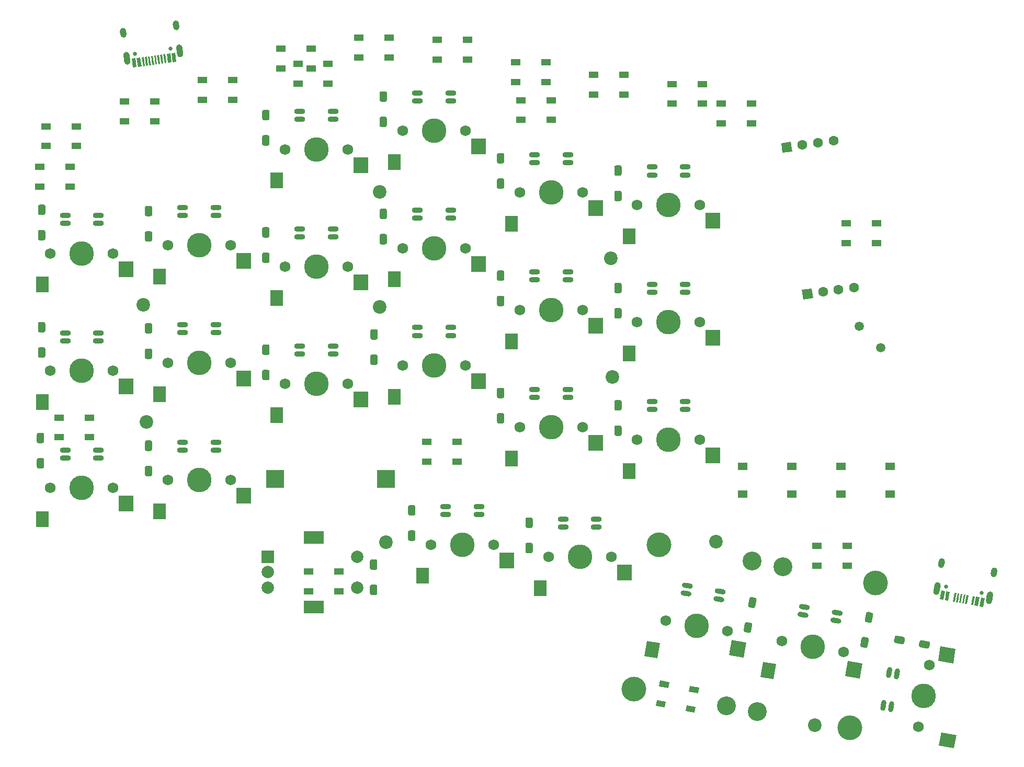
<source format=gbr>
%TF.GenerationSoftware,KiCad,Pcbnew,5.1.10*%
%TF.CreationDate,2021-05-26T10:29:04-05:00*%
%TF.ProjectId,nightwing,6e696768-7477-4696-9e67-2e6b69636164,rev?*%
%TF.SameCoordinates,Original*%
%TF.FileFunction,Soldermask,Bot*%
%TF.FilePolarity,Negative*%
%FSLAX46Y46*%
G04 Gerber Fmt 4.6, Leading zero omitted, Abs format (unit mm)*
G04 Created by KiCad (PCBNEW 5.1.10) date 2021-05-26 10:29:04*
%MOMM*%
%LPD*%
G01*
G04 APERTURE LIST*
%ADD10R,1.500000X1.000000*%
%ADD11R,1.550000X1.300000*%
%ADD12C,2.200000*%
%ADD13C,0.650000*%
%ADD14C,0.150000*%
%ADD15C,1.600000*%
%ADD16C,2.000000*%
%ADD17R,3.200000X2.000000*%
%ADD18R,2.000000X2.000000*%
%ADD19C,4.000000*%
%ADD20C,3.050000*%
%ADD21C,3.987800*%
%ADD22C,1.750000*%
%ADD23R,2.150000X2.500000*%
%ADD24R,2.350000X2.500000*%
%ADD25R,3.000000X3.000000*%
%ADD26C,1.500000*%
%ADD27O,1.800000X0.820000*%
G04 APERTURE END LIST*
D10*
%TO.C,L31*%
X40325000Y-29652641D03*
X35425000Y-32852641D03*
X35425000Y-29652641D03*
X40325000Y-32852641D03*
%TD*%
D11*
%TO.C,BOOT*%
X159373000Y-93250000D03*
X151423000Y-93250000D03*
X159373000Y-88750000D03*
X151423000Y-88750000D03*
%TD*%
D10*
%TO.C,L32*%
X27655000Y-33652641D03*
X22755000Y-36852641D03*
X22755000Y-33652641D03*
X27655000Y-36852641D03*
%TD*%
D11*
%TO.C,RESET*%
X135554000Y-88750000D03*
X143504000Y-88750000D03*
X135554000Y-93250000D03*
X143504000Y-93250000D03*
%TD*%
D10*
%TO.C,L39*%
X136983000Y-33205000D03*
X132083000Y-33205000D03*
X136983000Y-30005000D03*
X132083000Y-30005000D03*
%TD*%
D12*
%TO.C,H10*%
X77767000Y-101031000D03*
%TD*%
%TO.C,H9*%
X147250000Y-130660000D03*
%TD*%
%TO.C,H8*%
X131170000Y-100940000D03*
%TD*%
%TO.C,H6*%
X114460000Y-74240000D03*
%TD*%
%TO.C,H5*%
X114220000Y-55030000D03*
%TD*%
%TO.C,H4*%
X76800000Y-62910000D03*
%TD*%
%TO.C,H3*%
X76780000Y-44250000D03*
%TD*%
%TO.C,H2*%
X38990000Y-81490000D03*
%TD*%
%TO.C,H1*%
X38460000Y-62530000D03*
%TD*%
%TO.C,J2*%
G36*
G01*
X167579022Y-108049468D02*
X167388010Y-109132756D01*
G75*
G02*
X166808782Y-109538336I-492404J86824D01*
G01*
X166808782Y-109538336D01*
G75*
G02*
X166403202Y-108959108I86824J492404D01*
G01*
X166594214Y-107875820D01*
G75*
G02*
X167173442Y-107470240I492404J-86824D01*
G01*
X167173442Y-107470240D01*
G75*
G02*
X167579022Y-108049468I-86824J-492404D01*
G01*
G37*
G36*
G01*
X176087761Y-109549788D02*
X175896749Y-110633076D01*
G75*
G02*
X175317521Y-111038656I-492404J86824D01*
G01*
X175317521Y-111038656D01*
G75*
G02*
X174911941Y-110459428I86824J492404D01*
G01*
X175102953Y-109376140D01*
G75*
G02*
X175682181Y-108970560I492404J-86824D01*
G01*
X175682181Y-108970560D01*
G75*
G02*
X176087761Y-109549788I-86824J-492404D01*
G01*
G37*
D13*
X174183609Y-109234343D03*
G36*
G01*
X176770198Y-105679494D02*
X176666010Y-106270378D01*
G75*
G02*
X176086782Y-106675958I-492404J86824D01*
G01*
X176086782Y-106675958D01*
G75*
G02*
X175681202Y-106096730I86824J492404D01*
G01*
X175785390Y-105505846D01*
G75*
G02*
X176364618Y-105100266I492404J-86824D01*
G01*
X176364618Y-105100266D01*
G75*
G02*
X176770198Y-105679494I-86824J-492404D01*
G01*
G37*
X168491420Y-108230657D03*
G36*
G01*
X168261459Y-104179174D02*
X168157271Y-104770058D01*
G75*
G02*
X167578043Y-105175638I-492404J86824D01*
G01*
X167578043Y-105175638D01*
G75*
G02*
X167172463Y-104596410I86824J492404D01*
G01*
X167276651Y-104005526D01*
G75*
G02*
X167855879Y-103599946I492404J-86824D01*
G01*
X167855879Y-103599946D01*
G75*
G02*
X168261459Y-104179174I-86824J-492404D01*
G01*
G37*
D14*
G36*
X170074371Y-110713249D02*
G01*
X170326161Y-109285278D01*
X170621603Y-109337373D01*
X170369813Y-110765344D01*
X170074371Y-110713249D01*
G37*
G36*
X170566775Y-110800073D02*
G01*
X170818565Y-109372102D01*
X171114007Y-109424197D01*
X170862217Y-110852168D01*
X170566775Y-110800073D01*
G37*
G36*
X172536391Y-111147370D02*
G01*
X172788181Y-109719399D01*
X173083623Y-109771494D01*
X172831833Y-111199465D01*
X172536391Y-111147370D01*
G37*
G36*
X169581967Y-110626425D02*
G01*
X169833757Y-109198454D01*
X170129199Y-109250549D01*
X169877409Y-110678520D01*
X169581967Y-110626425D01*
G37*
G36*
X171551583Y-110973721D02*
G01*
X171803373Y-109545750D01*
X172098815Y-109597845D01*
X171847025Y-111025816D01*
X171551583Y-110973721D01*
G37*
G36*
X171059179Y-110886897D02*
G01*
X171310969Y-109458926D01*
X171606411Y-109511021D01*
X171354621Y-110938992D01*
X171059179Y-110886897D01*
G37*
G36*
X173865881Y-111381795D02*
G01*
X174117671Y-109953824D01*
X174708555Y-110058013D01*
X174456765Y-111485984D01*
X173865881Y-111381795D01*
G37*
G36*
X167464631Y-110253082D02*
G01*
X167716421Y-108825111D01*
X168307305Y-108929300D01*
X168055515Y-110357271D01*
X167464631Y-110253082D01*
G37*
G36*
X173078035Y-111242876D02*
G01*
X173329825Y-109814905D01*
X173920709Y-109919094D01*
X173668919Y-111347065D01*
X173078035Y-111242876D01*
G37*
G36*
X168252477Y-110392000D02*
G01*
X168504267Y-108964029D01*
X169095151Y-109068218D01*
X168843361Y-110496189D01*
X168252477Y-110392000D01*
G37*
%TD*%
%TO.C,J3*%
G36*
X141996125Y-37944586D02*
G01*
X141773448Y-36360157D01*
X143357877Y-36137480D01*
X143580554Y-37721909D01*
X141996125Y-37944586D01*
G37*
D15*
X147707563Y-36334033D03*
X150222844Y-35980534D03*
X145192282Y-36687533D03*
D14*
G36*
X146698032Y-59903913D02*
G01*
X146920709Y-61488342D01*
X145336280Y-61711019D01*
X145113603Y-60126590D01*
X146698032Y-59903913D01*
G37*
D15*
X148532437Y-60453967D03*
X151047718Y-60100467D03*
X153562999Y-59746967D03*
%TD*%
D10*
%TO.C,L42*%
X68426000Y-26721000D03*
X63526000Y-26721000D03*
X68426000Y-23521000D03*
X63526000Y-23521000D03*
%TD*%
%TO.C,L41*%
X104571000Y-32633000D03*
X99671000Y-32633000D03*
X104571000Y-29433000D03*
X99671000Y-29433000D03*
%TD*%
%TO.C,L40*%
X89324000Y-87988000D03*
X84424000Y-87988000D03*
X89324000Y-84788000D03*
X84424000Y-84788000D03*
%TD*%
%TO.C,L35*%
X70144324Y-108961721D03*
X65244324Y-108961721D03*
X70144324Y-105761721D03*
X65244324Y-105761721D03*
%TD*%
%TO.C,L29*%
X65655000Y-21052641D03*
X60755000Y-24252641D03*
X60755000Y-21052641D03*
X65655000Y-24252641D03*
%TD*%
%TO.C,L30*%
X52995000Y-26152641D03*
X48095000Y-29352641D03*
X48095000Y-26152641D03*
X52995000Y-29352641D03*
%TD*%
%TO.C,J1*%
G36*
G01*
X36259243Y-22028533D02*
X36412333Y-23117827D01*
G75*
G02*
X35986786Y-23682548I-495134J-69587D01*
G01*
X35986786Y-23682548D01*
G75*
G02*
X35422065Y-23257001I-69587J495134D01*
G01*
X35268975Y-22167707D01*
G75*
G02*
X35694522Y-21602986I495134J69587D01*
G01*
X35694522Y-21602986D01*
G75*
G02*
X36259243Y-22028533I69587J-495134D01*
G01*
G37*
G36*
G01*
X44815159Y-20826077D02*
X44968249Y-21915371D01*
G75*
G02*
X44542702Y-22480092I-495134J-69587D01*
G01*
X44542702Y-22480092D01*
G75*
G02*
X43977981Y-22054545I-69587J495134D01*
G01*
X43824891Y-20965251D01*
G75*
G02*
X44250438Y-20400530I495134J69587D01*
G01*
X44250438Y-20400530D01*
G75*
G02*
X44815159Y-20826077I69587J-495134D01*
G01*
G37*
D13*
X42906725Y-21114487D03*
G36*
G01*
X44268208Y-16934324D02*
X44351712Y-17528484D01*
G75*
G02*
X43926165Y-18093205I-495134J-69587D01*
G01*
X43926165Y-18093205D01*
G75*
G02*
X43361444Y-17667658I-69587J495134D01*
G01*
X43277940Y-17073498D01*
G75*
G02*
X43703487Y-16508777I495134J69587D01*
G01*
X43703487Y-16508777D01*
G75*
G02*
X44268208Y-16934324I69587J-495134D01*
G01*
G37*
X37182975Y-21918907D03*
G36*
G01*
X35712292Y-18136779D02*
X35795796Y-18730939D01*
G75*
G02*
X35370249Y-19295660I-495134J-69587D01*
G01*
X35370249Y-19295660D01*
G75*
G02*
X34805528Y-18870113I-69587J495134D01*
G01*
X34722024Y-18275953D01*
G75*
G02*
X35147571Y-17711232I495134J69587D01*
G01*
X35147571Y-17711232D01*
G75*
G02*
X35712292Y-18136779I69587J-495134D01*
G01*
G37*
D14*
G36*
X39455614Y-23790834D02*
G01*
X39253813Y-22354946D01*
X39550894Y-22313194D01*
X39752695Y-23749082D01*
X39455614Y-23790834D01*
G37*
G36*
X39950748Y-23721248D02*
G01*
X39748947Y-22285360D01*
X40046028Y-22243608D01*
X40247829Y-23679496D01*
X39950748Y-23721248D01*
G37*
G36*
X41931284Y-23442901D02*
G01*
X41729483Y-22007013D01*
X42026564Y-21965261D01*
X42228365Y-23401149D01*
X41931284Y-23442901D01*
G37*
G36*
X38960480Y-23860421D02*
G01*
X38758679Y-22424533D01*
X39055760Y-22382781D01*
X39257561Y-23818669D01*
X38960480Y-23860421D01*
G37*
G36*
X40941016Y-23582075D02*
G01*
X40739215Y-22146187D01*
X41036296Y-22104435D01*
X41238097Y-23540323D01*
X40941016Y-23582075D01*
G37*
G36*
X38465346Y-23930007D02*
G01*
X38263545Y-22494119D01*
X38560626Y-22452367D01*
X38762427Y-23888255D01*
X38465346Y-23930007D01*
G37*
G36*
X41436150Y-23512488D02*
G01*
X41234349Y-22076600D01*
X41531430Y-22034848D01*
X41733231Y-23470736D01*
X41436150Y-23512488D01*
G37*
G36*
X40445882Y-23651661D02*
G01*
X40244081Y-22215773D01*
X40541162Y-22174021D01*
X40742963Y-23609909D01*
X40445882Y-23651661D01*
G37*
G36*
X43268146Y-23255018D02*
G01*
X43066345Y-21819130D01*
X43660506Y-21735626D01*
X43862307Y-23171514D01*
X43268146Y-23255018D01*
G37*
G36*
X36831404Y-24159643D02*
G01*
X36629603Y-22723755D01*
X37223764Y-22640251D01*
X37425565Y-24076139D01*
X36831404Y-24159643D01*
G37*
G36*
X42475932Y-23366356D02*
G01*
X42274131Y-21930468D01*
X42868292Y-21846964D01*
X43070093Y-23282852D01*
X42475932Y-23366356D01*
G37*
G36*
X37623618Y-24048304D02*
G01*
X37421817Y-22612416D01*
X38015978Y-22528912D01*
X38217779Y-23964800D01*
X37623618Y-24048304D01*
G37*
%TD*%
D16*
%TO.C,SW19*%
X73110000Y-108364000D03*
X73110000Y-103364000D03*
D17*
X66110000Y-111464000D03*
X66110000Y-100264000D03*
D16*
X58610000Y-108364000D03*
X58610000Y-105864000D03*
D18*
X58610000Y-103364000D03*
%TD*%
D10*
%TO.C,L38*%
X157200000Y-52554000D03*
X152300000Y-52554000D03*
X157200000Y-49354000D03*
X152300000Y-49354000D03*
%TD*%
%TO.C,L37*%
X147556000Y-101628000D03*
X152456000Y-101628000D03*
X147556000Y-104828000D03*
X152456000Y-104828000D03*
%TD*%
D14*
%TO.C,L36*%
G36*
X126284475Y-128381070D02*
G01*
X126458123Y-127396262D01*
X127935335Y-127656734D01*
X127761687Y-128641542D01*
X126284475Y-128381070D01*
G37*
G36*
X121458917Y-127530194D02*
G01*
X121632565Y-126545386D01*
X123109777Y-126805858D01*
X122936129Y-127790666D01*
X121458917Y-127530194D01*
G37*
G36*
X126840149Y-125229686D02*
G01*
X127013797Y-124244878D01*
X128491009Y-124505350D01*
X128317361Y-125490158D01*
X126840149Y-125229686D01*
G37*
G36*
X122014591Y-124378810D02*
G01*
X122188239Y-123394002D01*
X123665451Y-123654474D01*
X123491803Y-124639282D01*
X122014591Y-124378810D01*
G37*
%TD*%
D10*
%TO.C,L34*%
X29738505Y-84024487D03*
X24838505Y-84024487D03*
X29738505Y-80824487D03*
X24838505Y-80824487D03*
%TD*%
%TO.C,L33*%
X26644788Y-43431170D03*
X21744788Y-43431170D03*
X26644788Y-40231170D03*
X21744788Y-40231170D03*
%TD*%
%TO.C,L28*%
X78325000Y-19324000D03*
X73425000Y-22524000D03*
X73425000Y-19324000D03*
X78325000Y-22524000D03*
%TD*%
%TO.C,L27*%
X90995000Y-19664000D03*
X86095000Y-22864000D03*
X86095000Y-19664000D03*
X90995000Y-22864000D03*
%TD*%
%TO.C,L26*%
X103655000Y-23294000D03*
X98755000Y-26494000D03*
X98755000Y-23294000D03*
X103655000Y-26494000D03*
%TD*%
%TO.C,L25*%
X116325000Y-25294000D03*
X111425000Y-28494000D03*
X111425000Y-25294000D03*
X116325000Y-28494000D03*
%TD*%
%TO.C,L24*%
X128995000Y-26794000D03*
X124095000Y-29994000D03*
X124095000Y-26794000D03*
X128995000Y-29994000D03*
%TD*%
D19*
%TO.C,REF\u002A\u002A*%
X117888771Y-124832351D03*
X122021597Y-101393927D03*
D20*
X137030068Y-104040325D03*
X132897241Y-127478750D03*
%TD*%
%TO.C,REF\u002A\u002A*%
X142042759Y-104959250D03*
X137909932Y-128397675D03*
D19*
X152918403Y-131044073D03*
X157051229Y-107605649D03*
%TD*%
%TO.C,D1*%
G36*
G01*
X21745000Y-50435500D02*
X22345000Y-50435500D01*
G75*
G02*
X22645000Y-50735500I0J-300000D01*
G01*
X22645000Y-51836500D01*
G75*
G02*
X22345000Y-52136500I-300000J0D01*
G01*
X21745000Y-52136500D01*
G75*
G02*
X21445000Y-51836500I0J300000D01*
G01*
X21445000Y-50735500D01*
G75*
G02*
X21745000Y-50435500I300000J0D01*
G01*
G37*
G36*
G01*
X21745000Y-46333500D02*
X22345000Y-46333500D01*
G75*
G02*
X22645000Y-46633500I0J-300000D01*
G01*
X22645000Y-47734500D01*
G75*
G02*
X22345000Y-48034500I-300000J0D01*
G01*
X21745000Y-48034500D01*
G75*
G02*
X21445000Y-47734500I0J300000D01*
G01*
X21445000Y-46633500D01*
G75*
G02*
X21745000Y-46333500I300000J0D01*
G01*
G37*
%TD*%
%TO.C,D2*%
G36*
G01*
X39045000Y-50635500D02*
X39645000Y-50635500D01*
G75*
G02*
X39945000Y-50935500I0J-300000D01*
G01*
X39945000Y-52036500D01*
G75*
G02*
X39645000Y-52336500I-300000J0D01*
G01*
X39045000Y-52336500D01*
G75*
G02*
X38745000Y-52036500I0J300000D01*
G01*
X38745000Y-50935500D01*
G75*
G02*
X39045000Y-50635500I300000J0D01*
G01*
G37*
G36*
G01*
X39045000Y-46533500D02*
X39645000Y-46533500D01*
G75*
G02*
X39945000Y-46833500I0J-300000D01*
G01*
X39945000Y-47934500D01*
G75*
G02*
X39645000Y-48234500I-300000J0D01*
G01*
X39045000Y-48234500D01*
G75*
G02*
X38745000Y-47934500I0J300000D01*
G01*
X38745000Y-46833500D01*
G75*
G02*
X39045000Y-46533500I300000J0D01*
G01*
G37*
%TD*%
%TO.C,D3*%
G36*
G01*
X58045000Y-35085500D02*
X58645000Y-35085500D01*
G75*
G02*
X58945000Y-35385500I0J-300000D01*
G01*
X58945000Y-36486500D01*
G75*
G02*
X58645000Y-36786500I-300000J0D01*
G01*
X58045000Y-36786500D01*
G75*
G02*
X57745000Y-36486500I0J300000D01*
G01*
X57745000Y-35385500D01*
G75*
G02*
X58045000Y-35085500I300000J0D01*
G01*
G37*
G36*
G01*
X58045000Y-30983500D02*
X58645000Y-30983500D01*
G75*
G02*
X58945000Y-31283500I0J-300000D01*
G01*
X58945000Y-32384500D01*
G75*
G02*
X58645000Y-32684500I-300000J0D01*
G01*
X58045000Y-32684500D01*
G75*
G02*
X57745000Y-32384500I0J300000D01*
G01*
X57745000Y-31283500D01*
G75*
G02*
X58045000Y-30983500I300000J0D01*
G01*
G37*
%TD*%
%TO.C,D4*%
G36*
G01*
X77045000Y-32085500D02*
X77645000Y-32085500D01*
G75*
G02*
X77945000Y-32385500I0J-300000D01*
G01*
X77945000Y-33486500D01*
G75*
G02*
X77645000Y-33786500I-300000J0D01*
G01*
X77045000Y-33786500D01*
G75*
G02*
X76745000Y-33486500I0J300000D01*
G01*
X76745000Y-32385500D01*
G75*
G02*
X77045000Y-32085500I300000J0D01*
G01*
G37*
G36*
G01*
X77045000Y-27983500D02*
X77645000Y-27983500D01*
G75*
G02*
X77945000Y-28283500I0J-300000D01*
G01*
X77945000Y-29384500D01*
G75*
G02*
X77645000Y-29684500I-300000J0D01*
G01*
X77045000Y-29684500D01*
G75*
G02*
X76745000Y-29384500I0J300000D01*
G01*
X76745000Y-28283500D01*
G75*
G02*
X77045000Y-27983500I300000J0D01*
G01*
G37*
%TD*%
%TO.C,D5*%
G36*
G01*
X96045000Y-42085500D02*
X96645000Y-42085500D01*
G75*
G02*
X96945000Y-42385500I0J-300000D01*
G01*
X96945000Y-43486500D01*
G75*
G02*
X96645000Y-43786500I-300000J0D01*
G01*
X96045000Y-43786500D01*
G75*
G02*
X95745000Y-43486500I0J300000D01*
G01*
X95745000Y-42385500D01*
G75*
G02*
X96045000Y-42085500I300000J0D01*
G01*
G37*
G36*
G01*
X96045000Y-37983500D02*
X96645000Y-37983500D01*
G75*
G02*
X96945000Y-38283500I0J-300000D01*
G01*
X96945000Y-39384500D01*
G75*
G02*
X96645000Y-39684500I-300000J0D01*
G01*
X96045000Y-39684500D01*
G75*
G02*
X95745000Y-39384500I0J300000D01*
G01*
X95745000Y-38283500D01*
G75*
G02*
X96045000Y-37983500I300000J0D01*
G01*
G37*
%TD*%
%TO.C,D6*%
G36*
G01*
X115045000Y-44085500D02*
X115645000Y-44085500D01*
G75*
G02*
X115945000Y-44385500I0J-300000D01*
G01*
X115945000Y-45486500D01*
G75*
G02*
X115645000Y-45786500I-300000J0D01*
G01*
X115045000Y-45786500D01*
G75*
G02*
X114745000Y-45486500I0J300000D01*
G01*
X114745000Y-44385500D01*
G75*
G02*
X115045000Y-44085500I300000J0D01*
G01*
G37*
G36*
G01*
X115045000Y-39983500D02*
X115645000Y-39983500D01*
G75*
G02*
X115945000Y-40283500I0J-300000D01*
G01*
X115945000Y-41384500D01*
G75*
G02*
X115645000Y-41684500I-300000J0D01*
G01*
X115045000Y-41684500D01*
G75*
G02*
X114745000Y-41384500I0J300000D01*
G01*
X114745000Y-40283500D01*
G75*
G02*
X115045000Y-39983500I300000J0D01*
G01*
G37*
%TD*%
%TO.C,D7*%
G36*
G01*
X21745000Y-69435500D02*
X22345000Y-69435500D01*
G75*
G02*
X22645000Y-69735500I0J-300000D01*
G01*
X22645000Y-70836500D01*
G75*
G02*
X22345000Y-71136500I-300000J0D01*
G01*
X21745000Y-71136500D01*
G75*
G02*
X21445000Y-70836500I0J300000D01*
G01*
X21445000Y-69735500D01*
G75*
G02*
X21745000Y-69435500I300000J0D01*
G01*
G37*
G36*
G01*
X21745000Y-65333500D02*
X22345000Y-65333500D01*
G75*
G02*
X22645000Y-65633500I0J-300000D01*
G01*
X22645000Y-66734500D01*
G75*
G02*
X22345000Y-67034500I-300000J0D01*
G01*
X21745000Y-67034500D01*
G75*
G02*
X21445000Y-66734500I0J300000D01*
G01*
X21445000Y-65633500D01*
G75*
G02*
X21745000Y-65333500I300000J0D01*
G01*
G37*
%TD*%
%TO.C,D8*%
G36*
G01*
X39045000Y-69635500D02*
X39645000Y-69635500D01*
G75*
G02*
X39945000Y-69935500I0J-300000D01*
G01*
X39945000Y-71036500D01*
G75*
G02*
X39645000Y-71336500I-300000J0D01*
G01*
X39045000Y-71336500D01*
G75*
G02*
X38745000Y-71036500I0J300000D01*
G01*
X38745000Y-69935500D01*
G75*
G02*
X39045000Y-69635500I300000J0D01*
G01*
G37*
G36*
G01*
X39045000Y-65533500D02*
X39645000Y-65533500D01*
G75*
G02*
X39945000Y-65833500I0J-300000D01*
G01*
X39945000Y-66934500D01*
G75*
G02*
X39645000Y-67234500I-300000J0D01*
G01*
X39045000Y-67234500D01*
G75*
G02*
X38745000Y-66934500I0J300000D01*
G01*
X38745000Y-65833500D01*
G75*
G02*
X39045000Y-65533500I300000J0D01*
G01*
G37*
%TD*%
%TO.C,D9*%
G36*
G01*
X58045000Y-54085500D02*
X58645000Y-54085500D01*
G75*
G02*
X58945000Y-54385500I0J-300000D01*
G01*
X58945000Y-55486500D01*
G75*
G02*
X58645000Y-55786500I-300000J0D01*
G01*
X58045000Y-55786500D01*
G75*
G02*
X57745000Y-55486500I0J300000D01*
G01*
X57745000Y-54385500D01*
G75*
G02*
X58045000Y-54085500I300000J0D01*
G01*
G37*
G36*
G01*
X58045000Y-49983500D02*
X58645000Y-49983500D01*
G75*
G02*
X58945000Y-50283500I0J-300000D01*
G01*
X58945000Y-51384500D01*
G75*
G02*
X58645000Y-51684500I-300000J0D01*
G01*
X58045000Y-51684500D01*
G75*
G02*
X57745000Y-51384500I0J300000D01*
G01*
X57745000Y-50283500D01*
G75*
G02*
X58045000Y-49983500I300000J0D01*
G01*
G37*
%TD*%
%TO.C,D10*%
G36*
G01*
X77045000Y-51085500D02*
X77645000Y-51085500D01*
G75*
G02*
X77945000Y-51385500I0J-300000D01*
G01*
X77945000Y-52486500D01*
G75*
G02*
X77645000Y-52786500I-300000J0D01*
G01*
X77045000Y-52786500D01*
G75*
G02*
X76745000Y-52486500I0J300000D01*
G01*
X76745000Y-51385500D01*
G75*
G02*
X77045000Y-51085500I300000J0D01*
G01*
G37*
G36*
G01*
X77045000Y-46983500D02*
X77645000Y-46983500D01*
G75*
G02*
X77945000Y-47283500I0J-300000D01*
G01*
X77945000Y-48384500D01*
G75*
G02*
X77645000Y-48684500I-300000J0D01*
G01*
X77045000Y-48684500D01*
G75*
G02*
X76745000Y-48384500I0J300000D01*
G01*
X76745000Y-47283500D01*
G75*
G02*
X77045000Y-46983500I300000J0D01*
G01*
G37*
%TD*%
%TO.C,D11*%
G36*
G01*
X96045000Y-61085500D02*
X96645000Y-61085500D01*
G75*
G02*
X96945000Y-61385500I0J-300000D01*
G01*
X96945000Y-62486500D01*
G75*
G02*
X96645000Y-62786500I-300000J0D01*
G01*
X96045000Y-62786500D01*
G75*
G02*
X95745000Y-62486500I0J300000D01*
G01*
X95745000Y-61385500D01*
G75*
G02*
X96045000Y-61085500I300000J0D01*
G01*
G37*
G36*
G01*
X96045000Y-56983500D02*
X96645000Y-56983500D01*
G75*
G02*
X96945000Y-57283500I0J-300000D01*
G01*
X96945000Y-58384500D01*
G75*
G02*
X96645000Y-58684500I-300000J0D01*
G01*
X96045000Y-58684500D01*
G75*
G02*
X95745000Y-58384500I0J300000D01*
G01*
X95745000Y-57283500D01*
G75*
G02*
X96045000Y-56983500I300000J0D01*
G01*
G37*
%TD*%
%TO.C,D12*%
G36*
G01*
X115045000Y-63085500D02*
X115645000Y-63085500D01*
G75*
G02*
X115945000Y-63385500I0J-300000D01*
G01*
X115945000Y-64486500D01*
G75*
G02*
X115645000Y-64786500I-300000J0D01*
G01*
X115045000Y-64786500D01*
G75*
G02*
X114745000Y-64486500I0J300000D01*
G01*
X114745000Y-63385500D01*
G75*
G02*
X115045000Y-63085500I300000J0D01*
G01*
G37*
G36*
G01*
X115045000Y-58983500D02*
X115645000Y-58983500D01*
G75*
G02*
X115945000Y-59283500I0J-300000D01*
G01*
X115945000Y-60384500D01*
G75*
G02*
X115645000Y-60684500I-300000J0D01*
G01*
X115045000Y-60684500D01*
G75*
G02*
X114745000Y-60384500I0J300000D01*
G01*
X114745000Y-59283500D01*
G75*
G02*
X115045000Y-58983500I300000J0D01*
G01*
G37*
%TD*%
%TO.C,D13*%
G36*
G01*
X21551063Y-87374947D02*
X22151063Y-87374947D01*
G75*
G02*
X22451063Y-87674947I0J-300000D01*
G01*
X22451063Y-88775947D01*
G75*
G02*
X22151063Y-89075947I-300000J0D01*
G01*
X21551063Y-89075947D01*
G75*
G02*
X21251063Y-88775947I0J300000D01*
G01*
X21251063Y-87674947D01*
G75*
G02*
X21551063Y-87374947I300000J0D01*
G01*
G37*
G36*
G01*
X21551063Y-83272947D02*
X22151063Y-83272947D01*
G75*
G02*
X22451063Y-83572947I0J-300000D01*
G01*
X22451063Y-84673947D01*
G75*
G02*
X22151063Y-84973947I-300000J0D01*
G01*
X21551063Y-84973947D01*
G75*
G02*
X21251063Y-84673947I0J300000D01*
G01*
X21251063Y-83572947D01*
G75*
G02*
X21551063Y-83272947I300000J0D01*
G01*
G37*
%TD*%
%TO.C,D14*%
G36*
G01*
X39045000Y-88635500D02*
X39645000Y-88635500D01*
G75*
G02*
X39945000Y-88935500I0J-300000D01*
G01*
X39945000Y-90036500D01*
G75*
G02*
X39645000Y-90336500I-300000J0D01*
G01*
X39045000Y-90336500D01*
G75*
G02*
X38745000Y-90036500I0J300000D01*
G01*
X38745000Y-88935500D01*
G75*
G02*
X39045000Y-88635500I300000J0D01*
G01*
G37*
G36*
G01*
X39045000Y-84533500D02*
X39645000Y-84533500D01*
G75*
G02*
X39945000Y-84833500I0J-300000D01*
G01*
X39945000Y-85934500D01*
G75*
G02*
X39645000Y-86234500I-300000J0D01*
G01*
X39045000Y-86234500D01*
G75*
G02*
X38745000Y-85934500I0J300000D01*
G01*
X38745000Y-84833500D01*
G75*
G02*
X39045000Y-84533500I300000J0D01*
G01*
G37*
%TD*%
%TO.C,D15*%
G36*
G01*
X58045000Y-73085500D02*
X58645000Y-73085500D01*
G75*
G02*
X58945000Y-73385500I0J-300000D01*
G01*
X58945000Y-74486500D01*
G75*
G02*
X58645000Y-74786500I-300000J0D01*
G01*
X58045000Y-74786500D01*
G75*
G02*
X57745000Y-74486500I0J300000D01*
G01*
X57745000Y-73385500D01*
G75*
G02*
X58045000Y-73085500I300000J0D01*
G01*
G37*
G36*
G01*
X58045000Y-68983500D02*
X58645000Y-68983500D01*
G75*
G02*
X58945000Y-69283500I0J-300000D01*
G01*
X58945000Y-70384500D01*
G75*
G02*
X58645000Y-70684500I-300000J0D01*
G01*
X58045000Y-70684500D01*
G75*
G02*
X57745000Y-70384500I0J300000D01*
G01*
X57745000Y-69283500D01*
G75*
G02*
X58045000Y-68983500I300000J0D01*
G01*
G37*
%TD*%
%TO.C,D16*%
G36*
G01*
X75550487Y-70605354D02*
X76150487Y-70605354D01*
G75*
G02*
X76450487Y-70905354I0J-300000D01*
G01*
X76450487Y-72006354D01*
G75*
G02*
X76150487Y-72306354I-300000J0D01*
G01*
X75550487Y-72306354D01*
G75*
G02*
X75250487Y-72006354I0J300000D01*
G01*
X75250487Y-70905354D01*
G75*
G02*
X75550487Y-70605354I300000J0D01*
G01*
G37*
G36*
G01*
X75550487Y-66503354D02*
X76150487Y-66503354D01*
G75*
G02*
X76450487Y-66803354I0J-300000D01*
G01*
X76450487Y-67904354D01*
G75*
G02*
X76150487Y-68204354I-300000J0D01*
G01*
X75550487Y-68204354D01*
G75*
G02*
X75250487Y-67904354I0J300000D01*
G01*
X75250487Y-66803354D01*
G75*
G02*
X75550487Y-66503354I300000J0D01*
G01*
G37*
%TD*%
%TO.C,D17*%
G36*
G01*
X96045000Y-80085500D02*
X96645000Y-80085500D01*
G75*
G02*
X96945000Y-80385500I0J-300000D01*
G01*
X96945000Y-81486500D01*
G75*
G02*
X96645000Y-81786500I-300000J0D01*
G01*
X96045000Y-81786500D01*
G75*
G02*
X95745000Y-81486500I0J300000D01*
G01*
X95745000Y-80385500D01*
G75*
G02*
X96045000Y-80085500I300000J0D01*
G01*
G37*
G36*
G01*
X96045000Y-75983500D02*
X96645000Y-75983500D01*
G75*
G02*
X96945000Y-76283500I0J-300000D01*
G01*
X96945000Y-77384500D01*
G75*
G02*
X96645000Y-77684500I-300000J0D01*
G01*
X96045000Y-77684500D01*
G75*
G02*
X95745000Y-77384500I0J300000D01*
G01*
X95745000Y-76283500D01*
G75*
G02*
X96045000Y-75983500I300000J0D01*
G01*
G37*
%TD*%
%TO.C,D18*%
G36*
G01*
X115045000Y-82085500D02*
X115645000Y-82085500D01*
G75*
G02*
X115945000Y-82385500I0J-300000D01*
G01*
X115945000Y-83486500D01*
G75*
G02*
X115645000Y-83786500I-300000J0D01*
G01*
X115045000Y-83786500D01*
G75*
G02*
X114745000Y-83486500I0J300000D01*
G01*
X114745000Y-82385500D01*
G75*
G02*
X115045000Y-82085500I300000J0D01*
G01*
G37*
G36*
G01*
X115045000Y-77983500D02*
X115645000Y-77983500D01*
G75*
G02*
X115945000Y-78283500I0J-300000D01*
G01*
X115945000Y-79384500D01*
G75*
G02*
X115645000Y-79684500I-300000J0D01*
G01*
X115045000Y-79684500D01*
G75*
G02*
X114745000Y-79384500I0J300000D01*
G01*
X114745000Y-78283500D01*
G75*
G02*
X115045000Y-77983500I300000J0D01*
G01*
G37*
%TD*%
%TO.C,D19*%
G36*
G01*
X75489000Y-107881500D02*
X76089000Y-107881500D01*
G75*
G02*
X76389000Y-108181500I0J-300000D01*
G01*
X76389000Y-109282500D01*
G75*
G02*
X76089000Y-109582500I-300000J0D01*
G01*
X75489000Y-109582500D01*
G75*
G02*
X75189000Y-109282500I0J300000D01*
G01*
X75189000Y-108181500D01*
G75*
G02*
X75489000Y-107881500I300000J0D01*
G01*
G37*
G36*
G01*
X75489000Y-103779500D02*
X76089000Y-103779500D01*
G75*
G02*
X76389000Y-104079500I0J-300000D01*
G01*
X76389000Y-105180500D01*
G75*
G02*
X76089000Y-105480500I-300000J0D01*
G01*
X75489000Y-105480500D01*
G75*
G02*
X75189000Y-105180500I0J300000D01*
G01*
X75189000Y-104079500D01*
G75*
G02*
X75489000Y-103779500I300000J0D01*
G01*
G37*
%TD*%
%TO.C,D20*%
G36*
G01*
X81657500Y-99094500D02*
X82257500Y-99094500D01*
G75*
G02*
X82557500Y-99394500I0J-300000D01*
G01*
X82557500Y-100495500D01*
G75*
G02*
X82257500Y-100795500I-300000J0D01*
G01*
X81657500Y-100795500D01*
G75*
G02*
X81357500Y-100495500I0J300000D01*
G01*
X81357500Y-99394500D01*
G75*
G02*
X81657500Y-99094500I300000J0D01*
G01*
G37*
G36*
G01*
X81657500Y-94992500D02*
X82257500Y-94992500D01*
G75*
G02*
X82557500Y-95292500I0J-300000D01*
G01*
X82557500Y-96393500D01*
G75*
G02*
X82257500Y-96693500I-300000J0D01*
G01*
X81657500Y-96693500D01*
G75*
G02*
X81357500Y-96393500I0J300000D01*
G01*
X81357500Y-95292500D01*
G75*
G02*
X81657500Y-94992500I300000J0D01*
G01*
G37*
%TD*%
%TO.C,D21*%
G36*
G01*
X100657500Y-101094500D02*
X101257500Y-101094500D01*
G75*
G02*
X101557500Y-101394500I0J-300000D01*
G01*
X101557500Y-102495500D01*
G75*
G02*
X101257500Y-102795500I-300000J0D01*
G01*
X100657500Y-102795500D01*
G75*
G02*
X100357500Y-102495500I0J300000D01*
G01*
X100357500Y-101394500D01*
G75*
G02*
X100657500Y-101094500I300000J0D01*
G01*
G37*
G36*
G01*
X100657500Y-96992500D02*
X101257500Y-96992500D01*
G75*
G02*
X101557500Y-97292500I0J-300000D01*
G01*
X101557500Y-98393500D01*
G75*
G02*
X101257500Y-98693500I-300000J0D01*
G01*
X100657500Y-98693500D01*
G75*
G02*
X100357500Y-98393500I0J300000D01*
G01*
X100357500Y-97292500D01*
G75*
G02*
X100657500Y-96992500I300000J0D01*
G01*
G37*
%TD*%
%TO.C,D22*%
G36*
G01*
X164070009Y-117704059D02*
X164174198Y-117113174D01*
G75*
G02*
X164521734Y-116869826I295442J-52094D01*
G01*
X165606007Y-117061013D01*
G75*
G02*
X165849355Y-117408549I-52094J-295442D01*
G01*
X165745166Y-117999434D01*
G75*
G02*
X165397630Y-118242782I-295442J52094D01*
G01*
X164313357Y-118051595D01*
G75*
G02*
X164070009Y-117704059I52094J295442D01*
G01*
G37*
G36*
G01*
X160030327Y-116991755D02*
X160134516Y-116400870D01*
G75*
G02*
X160482052Y-116157522I295442J-52094D01*
G01*
X161566325Y-116348709D01*
G75*
G02*
X161809673Y-116696245I-52094J-295442D01*
G01*
X161705484Y-117287130D01*
G75*
G02*
X161357948Y-117530478I-295442J52094D01*
G01*
X160273675Y-117339291D01*
G75*
G02*
X160030327Y-116991755I52094J295442D01*
G01*
G37*
%TD*%
%TO.C,D23*%
G36*
G01*
X136239941Y-113924009D02*
X136830826Y-114028198D01*
G75*
G02*
X137074174Y-114375734I-52094J-295442D01*
G01*
X136882987Y-115460007D01*
G75*
G02*
X136535451Y-115703355I-295442J52094D01*
G01*
X135944566Y-115599166D01*
G75*
G02*
X135701218Y-115251630I52094J295442D01*
G01*
X135892405Y-114167357D01*
G75*
G02*
X136239941Y-113924009I295442J-52094D01*
G01*
G37*
G36*
G01*
X136952245Y-109884327D02*
X137543130Y-109988516D01*
G75*
G02*
X137786478Y-110336052I-52094J-295442D01*
G01*
X137595291Y-111420325D01*
G75*
G02*
X137247755Y-111663673I-295442J52094D01*
G01*
X136656870Y-111559484D01*
G75*
G02*
X136413522Y-111211948I52094J295442D01*
G01*
X136604709Y-110127675D01*
G75*
G02*
X136952245Y-109884327I295442J-52094D01*
G01*
G37*
%TD*%
%TO.C,D24*%
G36*
G01*
X155119941Y-116334009D02*
X155710826Y-116438198D01*
G75*
G02*
X155954174Y-116785734I-52094J-295442D01*
G01*
X155762987Y-117870007D01*
G75*
G02*
X155415451Y-118113355I-295442J52094D01*
G01*
X154824566Y-118009166D01*
G75*
G02*
X154581218Y-117661630I52094J295442D01*
G01*
X154772405Y-116577357D01*
G75*
G02*
X155119941Y-116334009I295442J-52094D01*
G01*
G37*
G36*
G01*
X155832245Y-112294327D02*
X156423130Y-112398516D01*
G75*
G02*
X156666478Y-112746052I-52094J-295442D01*
G01*
X156475291Y-113830325D01*
G75*
G02*
X156127755Y-114073673I-295442J52094D01*
G01*
X155536870Y-113969484D01*
G75*
G02*
X155293522Y-113621948I52094J295442D01*
G01*
X155484709Y-112537675D01*
G75*
G02*
X155832245Y-112294327I295442J-52094D01*
G01*
G37*
%TD*%
D21*
%TO.C,SW1*%
X28545000Y-54235000D03*
D22*
X33625000Y-54235000D03*
X23465000Y-54235000D03*
D23*
X22120400Y-59302300D03*
D24*
X35745000Y-56775000D03*
%TD*%
D21*
%TO.C,SW2*%
X47545000Y-52935000D03*
D22*
X52625000Y-52935000D03*
X42465000Y-52935000D03*
D23*
X41120400Y-58002300D03*
D24*
X54745000Y-55475000D03*
%TD*%
D21*
%TO.C,SW3*%
X66545000Y-37385000D03*
D22*
X71625000Y-37385000D03*
X61465000Y-37385000D03*
D23*
X60120400Y-42452300D03*
D24*
X73745000Y-39925000D03*
%TD*%
D21*
%TO.C,SW4*%
X85545000Y-34385000D03*
D22*
X90625000Y-34385000D03*
X80465000Y-34385000D03*
D23*
X79120400Y-39452300D03*
D24*
X92745000Y-36925000D03*
%TD*%
D21*
%TO.C,SW5*%
X104545000Y-44385000D03*
D22*
X109625000Y-44385000D03*
X99465000Y-44385000D03*
D23*
X98120400Y-49452300D03*
D24*
X111745000Y-46925000D03*
%TD*%
D21*
%TO.C,SW6*%
X123545000Y-46385000D03*
D22*
X128625000Y-46385000D03*
X118465000Y-46385000D03*
D23*
X117120400Y-51452300D03*
D24*
X130745000Y-48925000D03*
%TD*%
D21*
%TO.C,SW7*%
X28545000Y-73235000D03*
D22*
X33625000Y-73235000D03*
X23465000Y-73235000D03*
D23*
X22120400Y-78302300D03*
D24*
X35745000Y-75775000D03*
%TD*%
D21*
%TO.C,SW8*%
X47545000Y-71935000D03*
D22*
X52625000Y-71935000D03*
X42465000Y-71935000D03*
D23*
X41120400Y-77002300D03*
D24*
X54745000Y-74475000D03*
%TD*%
D21*
%TO.C,SW9*%
X66545000Y-56385000D03*
D22*
X71625000Y-56385000D03*
X61465000Y-56385000D03*
D23*
X60120400Y-61452300D03*
D24*
X73745000Y-58925000D03*
%TD*%
D21*
%TO.C,SW10*%
X85545000Y-53385000D03*
D22*
X90625000Y-53385000D03*
X80465000Y-53385000D03*
D23*
X79120400Y-58452300D03*
D24*
X92745000Y-55925000D03*
%TD*%
D21*
%TO.C,SW11*%
X104545000Y-63385000D03*
D22*
X109625000Y-63385000D03*
X99465000Y-63385000D03*
D23*
X98120400Y-68452300D03*
D24*
X111745000Y-65925000D03*
%TD*%
D21*
%TO.C,SW12*%
X123545000Y-65385000D03*
D22*
X128625000Y-65385000D03*
X118465000Y-65385000D03*
D23*
X117120400Y-70452300D03*
D24*
X130745000Y-67925000D03*
%TD*%
D21*
%TO.C,SW13*%
X28545000Y-92235000D03*
D22*
X33625000Y-92235000D03*
X23465000Y-92235000D03*
D23*
X22120400Y-97302300D03*
D24*
X35745000Y-94775000D03*
%TD*%
D21*
%TO.C,SW14*%
X47545000Y-90935000D03*
D22*
X52625000Y-90935000D03*
X42465000Y-90935000D03*
D23*
X41120400Y-96002300D03*
D24*
X54745000Y-93475000D03*
%TD*%
D21*
%TO.C,SW15*%
X66545000Y-75385000D03*
D22*
X71625000Y-75385000D03*
X61465000Y-75385000D03*
D23*
X60120400Y-80452300D03*
D24*
X73745000Y-77925000D03*
%TD*%
D21*
%TO.C,SW16*%
X85545000Y-72385000D03*
D22*
X90625000Y-72385000D03*
X80465000Y-72385000D03*
D23*
X79120400Y-77452300D03*
D24*
X92745000Y-74925000D03*
%TD*%
D21*
%TO.C,SW17*%
X104545000Y-82385000D03*
D22*
X109625000Y-82385000D03*
X99465000Y-82385000D03*
D23*
X98120400Y-87452300D03*
D24*
X111745000Y-84925000D03*
%TD*%
D21*
%TO.C,SW18*%
X123545000Y-84385000D03*
D22*
X128625000Y-84385000D03*
X118465000Y-84385000D03*
D23*
X117120400Y-89452300D03*
D24*
X130745000Y-86925000D03*
%TD*%
D21*
%TO.C,SW20*%
X90157500Y-101394000D03*
D22*
X95237500Y-101394000D03*
X85077500Y-101394000D03*
D23*
X83732900Y-106461300D03*
D24*
X97357500Y-103934000D03*
%TD*%
D21*
%TO.C,SW21*%
X109157500Y-103394000D03*
D22*
X114237500Y-103394000D03*
X104077500Y-103394000D03*
D23*
X102732900Y-108461300D03*
D24*
X116357500Y-105934000D03*
%TD*%
D21*
%TO.C,SW22*%
X164840000Y-125894000D03*
D22*
X165722133Y-120891177D03*
X163957867Y-130896823D03*
D14*
G36*
X167670358Y-131825194D02*
G01*
X170132377Y-132259315D01*
X169759034Y-134376652D01*
X167297015Y-133942531D01*
X167670358Y-131825194D01*
G37*
G36*
X169618652Y-120618660D02*
G01*
X167156633Y-120184540D01*
X167564706Y-117870242D01*
X170026725Y-118304362D01*
X169618652Y-120618660D01*
G37*
%TD*%
D21*
%TO.C,SW23*%
X128070000Y-114544000D03*
D22*
X133072823Y-115426133D03*
X123067177Y-113661867D03*
D14*
G36*
X122138806Y-117374358D02*
G01*
X121704685Y-119836377D01*
X119587348Y-119463034D01*
X120021469Y-117001015D01*
X122138806Y-117374358D01*
G37*
G36*
X133345340Y-119322652D02*
G01*
X133779460Y-116860633D01*
X136093758Y-117268706D01*
X135659638Y-119730725D01*
X133345340Y-119322652D01*
G37*
%TD*%
D21*
%TO.C,SW24*%
X146870000Y-117894000D03*
D22*
X151872823Y-118776133D03*
X141867177Y-117011867D03*
D14*
G36*
X140938806Y-120724358D02*
G01*
X140504685Y-123186377D01*
X138387348Y-122813034D01*
X138821469Y-120351015D01*
X140938806Y-120724358D01*
G37*
G36*
X152145340Y-122672652D02*
G01*
X152579460Y-120210633D01*
X154893758Y-120618706D01*
X154459638Y-123080725D01*
X152145340Y-122672652D01*
G37*
%TD*%
D25*
%TO.C,BZ1*%
X59819312Y-90768148D03*
X77819312Y-90768148D03*
%TD*%
D26*
%TO.C,X1*%
X154389000Y-66021000D03*
X157839681Y-69471681D03*
%TD*%
D27*
%TO.C,L1*%
X31245000Y-48095000D03*
X31245000Y-49375000D03*
X25845000Y-49375000D03*
X25845000Y-48095000D03*
%TD*%
%TO.C,L2*%
X50245000Y-46795000D03*
X50245000Y-48075000D03*
X44845000Y-48075000D03*
X44845000Y-46795000D03*
%TD*%
%TO.C,L3*%
X69245000Y-31245000D03*
X69245000Y-32525000D03*
X63845000Y-32525000D03*
X63845000Y-31245000D03*
%TD*%
%TO.C,L4*%
X88245000Y-28245000D03*
X88245000Y-29525000D03*
X82845000Y-29525000D03*
X82845000Y-28245000D03*
%TD*%
%TO.C,L5*%
X107245000Y-38245000D03*
X107245000Y-39525000D03*
X101845000Y-39525000D03*
X101845000Y-38245000D03*
%TD*%
%TO.C,L6*%
X126245000Y-40245000D03*
X126245000Y-41525000D03*
X120845000Y-41525000D03*
X120845000Y-40245000D03*
%TD*%
%TO.C,L7*%
X25845000Y-68375000D03*
X25845000Y-67095000D03*
X31245000Y-67095000D03*
X31245000Y-68375000D03*
%TD*%
%TO.C,L8*%
X44845000Y-67075000D03*
X44845000Y-65795000D03*
X50245000Y-65795000D03*
X50245000Y-67075000D03*
%TD*%
%TO.C,L9*%
X63845000Y-51525000D03*
X63845000Y-50245000D03*
X69245000Y-50245000D03*
X69245000Y-51525000D03*
%TD*%
%TO.C,L10*%
X82845000Y-48525000D03*
X82845000Y-47245000D03*
X88245000Y-47245000D03*
X88245000Y-48525000D03*
%TD*%
%TO.C,L11*%
X101845000Y-58525000D03*
X101845000Y-57245000D03*
X107245000Y-57245000D03*
X107245000Y-58525000D03*
%TD*%
%TO.C,L12*%
X120845000Y-60525000D03*
X120845000Y-59245000D03*
X126245000Y-59245000D03*
X126245000Y-60525000D03*
%TD*%
%TO.C,L13*%
X31245000Y-86095000D03*
X31245000Y-87375000D03*
X25845000Y-87375000D03*
X25845000Y-86095000D03*
%TD*%
%TO.C,L14*%
X50245000Y-84795000D03*
X50245000Y-86075000D03*
X44845000Y-86075000D03*
X44845000Y-84795000D03*
%TD*%
%TO.C,L15*%
X69245000Y-69245000D03*
X69245000Y-70525000D03*
X63845000Y-70525000D03*
X63845000Y-69245000D03*
%TD*%
%TO.C,L16*%
X88245000Y-66245000D03*
X88245000Y-67525000D03*
X82845000Y-67525000D03*
X82845000Y-66245000D03*
%TD*%
%TO.C,L17*%
X107245000Y-76245000D03*
X107245000Y-77525000D03*
X101845000Y-77525000D03*
X101845000Y-76245000D03*
%TD*%
%TO.C,L18*%
X120845000Y-78245000D03*
X120845000Y-79525000D03*
X126245000Y-79525000D03*
X126245000Y-78245000D03*
%TD*%
%TO.C,L19*%
X87457500Y-96534000D03*
X87457500Y-95254000D03*
X92857500Y-95254000D03*
X92857500Y-96534000D03*
%TD*%
%TO.C,L20*%
X106457500Y-98534000D03*
X106457500Y-97254000D03*
X111857500Y-97254000D03*
X111857500Y-98534000D03*
%TD*%
%TO.C,L21*%
G36*
G01*
X127244715Y-109457514D02*
X127244715Y-109457514D01*
G75*
G02*
X126769748Y-109790089I-403771J71196D01*
G01*
X125804636Y-109619913D01*
G75*
G02*
X125472061Y-109144946I71196J403771D01*
G01*
X125472061Y-109144946D01*
G75*
G02*
X125947028Y-108812371I403771J-71196D01*
G01*
X126912140Y-108982547D01*
G75*
G02*
X127244715Y-109457514I-71196J-403771D01*
G01*
G37*
G36*
G01*
X127466985Y-108196960D02*
X127466985Y-108196960D01*
G75*
G02*
X126992018Y-108529535I-403771J71196D01*
G01*
X126026906Y-108359359D01*
G75*
G02*
X125694331Y-107884392I71196J403771D01*
G01*
X125694331Y-107884392D01*
G75*
G02*
X126169298Y-107551817I403771J-71196D01*
G01*
X127134410Y-107721993D01*
G75*
G02*
X127466985Y-108196960I-71196J-403771D01*
G01*
G37*
G36*
G01*
X132784947Y-109134660D02*
X132784947Y-109134660D01*
G75*
G02*
X132309980Y-109467235I-403771J71196D01*
G01*
X131344868Y-109297059D01*
G75*
G02*
X131012293Y-108822092I71196J403771D01*
G01*
X131012293Y-108822092D01*
G75*
G02*
X131487260Y-108489517I403771J-71196D01*
G01*
X132452372Y-108659693D01*
G75*
G02*
X132784947Y-109134660I-71196J-403771D01*
G01*
G37*
G36*
G01*
X132562677Y-110395214D02*
X132562677Y-110395214D01*
G75*
G02*
X132087710Y-110727789I-403771J71196D01*
G01*
X131122598Y-110557613D01*
G75*
G02*
X130790023Y-110082646I71196J403771D01*
G01*
X130790023Y-110082646D01*
G75*
G02*
X131264990Y-109750071I403771J-71196D01*
G01*
X132230102Y-109920247D01*
G75*
G02*
X132562677Y-110395214I-71196J-403771D01*
G01*
G37*
%TD*%
%TO.C,L22*%
G36*
G01*
X146186211Y-112911711D02*
X146186211Y-112911711D01*
G75*
G02*
X145711244Y-113244286I-403771J71196D01*
G01*
X144746132Y-113074110D01*
G75*
G02*
X144413557Y-112599143I71196J403771D01*
G01*
X144413557Y-112599143D01*
G75*
G02*
X144888524Y-112266568I403771J-71196D01*
G01*
X145853636Y-112436744D01*
G75*
G02*
X146186211Y-112911711I-71196J-403771D01*
G01*
G37*
G36*
G01*
X146408481Y-111651157D02*
X146408481Y-111651157D01*
G75*
G02*
X145933514Y-111983732I-403771J71196D01*
G01*
X144968402Y-111813556D01*
G75*
G02*
X144635827Y-111338589I71196J403771D01*
G01*
X144635827Y-111338589D01*
G75*
G02*
X145110794Y-111006014I403771J-71196D01*
G01*
X146075906Y-111176190D01*
G75*
G02*
X146408481Y-111651157I-71196J-403771D01*
G01*
G37*
G36*
G01*
X151726443Y-112588857D02*
X151726443Y-112588857D01*
G75*
G02*
X151251476Y-112921432I-403771J71196D01*
G01*
X150286364Y-112751256D01*
G75*
G02*
X149953789Y-112276289I71196J403771D01*
G01*
X149953789Y-112276289D01*
G75*
G02*
X150428756Y-111943714I403771J-71196D01*
G01*
X151393868Y-112113890D01*
G75*
G02*
X151726443Y-112588857I-71196J-403771D01*
G01*
G37*
G36*
G01*
X151504173Y-113849411D02*
X151504173Y-113849411D01*
G75*
G02*
X151029206Y-114181986I-403771J71196D01*
G01*
X150064094Y-114011810D01*
G75*
G02*
X149731519Y-113536843I71196J403771D01*
G01*
X149731519Y-113536843D01*
G75*
G02*
X150206486Y-113204268I403771J-71196D01*
G01*
X151171598Y-113374444D01*
G75*
G02*
X151504173Y-113849411I-71196J-403771D01*
G01*
G37*
%TD*%
%TO.C,L23*%
G36*
G01*
X159092289Y-122990211D02*
X159092289Y-122990211D01*
G75*
G02*
X158759714Y-122515244I71196J403771D01*
G01*
X158929890Y-121550132D01*
G75*
G02*
X159404857Y-121217557I403771J-71196D01*
G01*
X159404857Y-121217557D01*
G75*
G02*
X159737432Y-121692524I-71196J-403771D01*
G01*
X159567256Y-122657636D01*
G75*
G02*
X159092289Y-122990211I-403771J71196D01*
G01*
G37*
G36*
G01*
X160352843Y-123212481D02*
X160352843Y-123212481D01*
G75*
G02*
X160020268Y-122737514I71196J403771D01*
G01*
X160190444Y-121772402D01*
G75*
G02*
X160665411Y-121439827I403771J-71196D01*
G01*
X160665411Y-121439827D01*
G75*
G02*
X160997986Y-121914794I-71196J-403771D01*
G01*
X160827810Y-122879906D01*
G75*
G02*
X160352843Y-123212481I-403771J71196D01*
G01*
G37*
G36*
G01*
X159415143Y-128530443D02*
X159415143Y-128530443D01*
G75*
G02*
X159082568Y-128055476I71196J403771D01*
G01*
X159252744Y-127090364D01*
G75*
G02*
X159727711Y-126757789I403771J-71196D01*
G01*
X159727711Y-126757789D01*
G75*
G02*
X160060286Y-127232756I-71196J-403771D01*
G01*
X159890110Y-128197868D01*
G75*
G02*
X159415143Y-128530443I-403771J71196D01*
G01*
G37*
G36*
G01*
X158154589Y-128308173D02*
X158154589Y-128308173D01*
G75*
G02*
X157822014Y-127833206I71196J403771D01*
G01*
X157992190Y-126868094D01*
G75*
G02*
X158467157Y-126535519I403771J-71196D01*
G01*
X158467157Y-126535519D01*
G75*
G02*
X158799732Y-127010486I-71196J-403771D01*
G01*
X158629556Y-127975598D01*
G75*
G02*
X158154589Y-128308173I-403771J71196D01*
G01*
G37*
%TD*%
M02*

</source>
